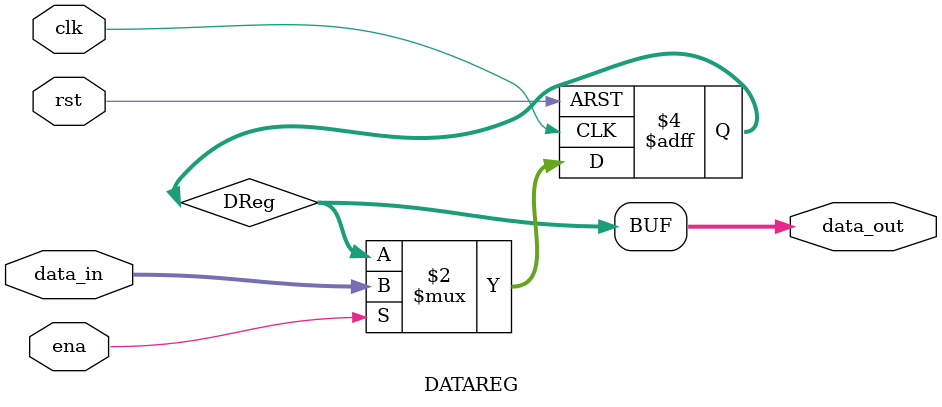
<source format=v>
`timescale 1ns / 1ps
module DATAREG(
    input clk, //ÉÏÉýÑØÓÐÐ§
    input rst,
    input ena,
    input [31:0]data_in,
    output [31:0]data_out
    );
reg [31:0]DReg;

always@(posedge clk or posedge rst)begin
    if(rst)begin
        DReg <= 32'b0;
    end
    else if(ena)begin
        DReg <= data_in;
    end
end

assign data_out = DReg;

endmodule
</source>
